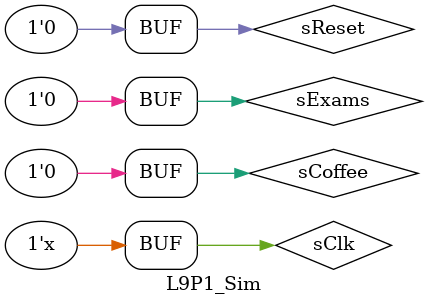
<source format=sv>
`timescale 1ns / 1ps


module L9P1_Sim(
    );
    
    logic sClk, sReset, sCoffee, sExams, sGrades, sHousework;
    
    L9P1_ProfFSM UUT (.Clk(sClk), .Reset(sReset), .Coffee(sCoffee), .Exams(sExams), .Grades(sGrades), .Housework(sHousework));
    
    initial begin
    sClk = 1;
    
    sReset = 1;
    sCoffee = 0;
    sExams = 0;
    #10;
    
    sReset = 0;
    sCoffee = 0;
    sExams = 0;
    #10;
    
    sReset = 0;
    sCoffee = 1;
    sExams = 0;
    #10;
    
    sReset = 0;
    sCoffee = 1;
    sExams = 0;
    #10;
    
    sReset = 0;
    sCoffee = 1;
    sExams = 1;
    #10;
    
    sReset = 0;
    sCoffee = 1;
    sExams = 1;
    #10;
    
    sReset = 0;
    sCoffee = 1;
    sExams = 1;
    #10;
    
    sReset = 0;
    sCoffee = 1;
    sExams = 1;
    #10;
    
    sReset = 0;
    sCoffee = 0;
    sExams = 1;
    #10;
    
    sReset = 0;
    sCoffee = 0;
    sExams = 1;
    #10;
    
    sReset = 0;
    sCoffee = 0;
    sExams = 1;
    #10;
    
    sReset = 0;
    sCoffee = 0;
    sExams = 1;
    #10;
    
    sReset = 0;
    sCoffee = 0;
    sExams = 0;
    #10;
    
    sReset = 0;
    sCoffee = 0;
    sExams = 0;
    #10;
    end
    
    always begin
    #10;
    sClk = ~sClk;
    end
endmodule

</source>
